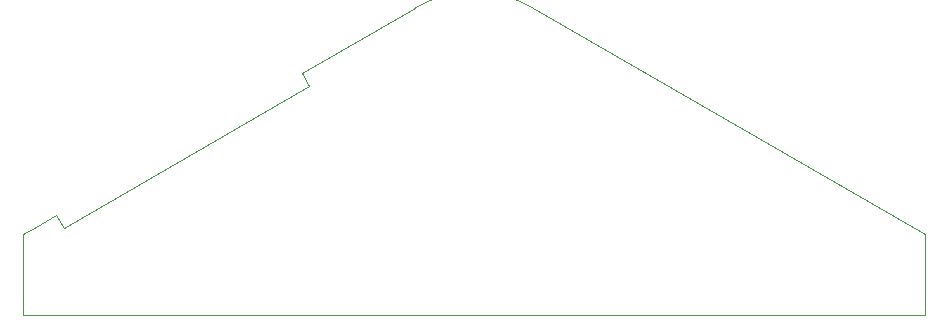
<source format=gm1>
G04 #@! TF.GenerationSoftware,KiCad,Pcbnew,(6.0.2)*
G04 #@! TF.CreationDate,2022-06-23T15:06:55+02:00*
G04 #@! TF.ProjectId,cup_connect,6375705f-636f-46e6-9e65-63742e6b6963,rev?*
G04 #@! TF.SameCoordinates,Original*
G04 #@! TF.FileFunction,Profile,NP*
%FSLAX46Y46*%
G04 Gerber Fmt 4.6, Leading zero omitted, Abs format (unit mm)*
G04 Created by KiCad (PCBNEW (6.0.2)) date 2022-06-23 15:06:55*
%MOMM*%
%LPD*%
G01*
G04 APERTURE LIST*
G04 #@! TA.AperFunction,Profile*
%ADD10C,0.100000*%
G04 #@! TD*
G04 APERTURE END LIST*
D10*
X5001407Y-2887563D02*
G75*
G03*
X-4986407Y-2878903I-5001396J-8632491D01*
G01*
X38176200Y-28849999D02*
X38176200Y-28849999D01*
X-38173723Y-22039608D02*
X-37084755Y-21410892D01*
X-13967528Y-9507532D02*
X-14592529Y-8425000D01*
X38176200Y-28850000D02*
X-38176391Y-28847028D01*
X-37084755Y-21410892D02*
X-35377138Y-20424999D01*
X5001407Y-2887563D02*
X38178868Y-22042579D01*
X-14592529Y-8425000D02*
X-4986407Y-2878903D01*
X-38173723Y-22039608D02*
X-38176391Y-28847028D01*
X-35377138Y-20424999D02*
X-34752139Y-21507532D01*
X-34752138Y-21507532D02*
X-13967529Y-9507532D01*
X38178868Y-22042579D02*
X38176200Y-28850000D01*
M02*

</source>
